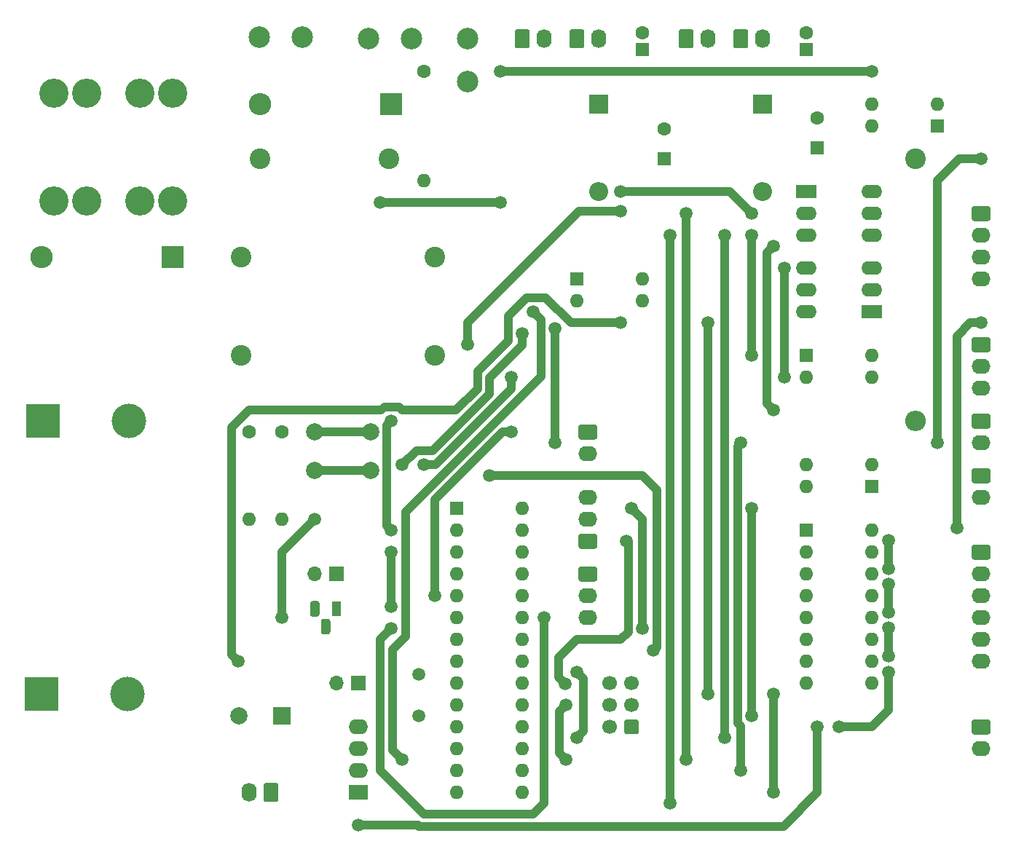
<source format=gbr>
%TF.GenerationSoftware,KiCad,Pcbnew,5.1.10-88a1d61d58~90~ubuntu20.04.1*%
%TF.CreationDate,2022-08-29T22:22:35+02:00*%
%TF.ProjectId,zvire-vetrnik-power,7a766972-652d-4766-9574-726e696b2d70,rev?*%
%TF.SameCoordinates,PX48ab840PY928d170*%
%TF.FileFunction,Copper,L1,Top*%
%TF.FilePolarity,Positive*%
%FSLAX46Y46*%
G04 Gerber Fmt 4.6, Leading zero omitted, Abs format (unit mm)*
G04 Created by KiCad (PCBNEW 5.1.10-88a1d61d58~90~ubuntu20.04.1) date 2022-08-29 22:22:35*
%MOMM*%
%LPD*%
G01*
G04 APERTURE LIST*
%TA.AperFunction,ComponentPad*%
%ADD10O,1.600000X1.600000*%
%TD*%
%TA.AperFunction,ComponentPad*%
%ADD11R,1.600000X1.600000*%
%TD*%
%TA.AperFunction,ComponentPad*%
%ADD12O,2.190000X1.740000*%
%TD*%
%TA.AperFunction,ComponentPad*%
%ADD13R,1.100000X1.800000*%
%TD*%
%TA.AperFunction,ComponentPad*%
%ADD14C,1.500000*%
%TD*%
%TA.AperFunction,ComponentPad*%
%ADD15O,1.740000X2.190000*%
%TD*%
%TA.AperFunction,ComponentPad*%
%ADD16C,2.500000*%
%TD*%
%TA.AperFunction,ComponentPad*%
%ADD17O,2.400000X1.600000*%
%TD*%
%TA.AperFunction,ComponentPad*%
%ADD18R,2.400000X1.600000*%
%TD*%
%TA.AperFunction,ComponentPad*%
%ADD19O,1.700000X1.700000*%
%TD*%
%TA.AperFunction,ComponentPad*%
%ADD20R,1.700000X1.700000*%
%TD*%
%TA.AperFunction,ComponentPad*%
%ADD21C,2.000000*%
%TD*%
%TA.AperFunction,ComponentPad*%
%ADD22O,2.400000X2.400000*%
%TD*%
%TA.AperFunction,ComponentPad*%
%ADD23C,2.400000*%
%TD*%
%TA.AperFunction,ComponentPad*%
%ADD24C,1.600000*%
%TD*%
%TA.AperFunction,ComponentPad*%
%ADD25R,2.250000X1.750000*%
%TD*%
%TA.AperFunction,ComponentPad*%
%ADD26O,2.250000X1.750000*%
%TD*%
%TA.AperFunction,ComponentPad*%
%ADD27C,1.700000*%
%TD*%
%TA.AperFunction,ComponentPad*%
%ADD28C,3.400000*%
%TD*%
%TA.AperFunction,ComponentPad*%
%ADD29O,2.200000X2.200000*%
%TD*%
%TA.AperFunction,ComponentPad*%
%ADD30R,2.200000X2.200000*%
%TD*%
%TA.AperFunction,ComponentPad*%
%ADD31O,2.600000X2.600000*%
%TD*%
%TA.AperFunction,ComponentPad*%
%ADD32R,2.600000X2.600000*%
%TD*%
%TA.AperFunction,ComponentPad*%
%ADD33C,4.000000*%
%TD*%
%TA.AperFunction,ComponentPad*%
%ADD34R,4.000000X4.000000*%
%TD*%
%TA.AperFunction,ComponentPad*%
%ADD35R,2.000000X2.000000*%
%TD*%
%TA.AperFunction,ViaPad*%
%ADD36C,1.500000*%
%TD*%
%TA.AperFunction,Conductor*%
%ADD37C,1.000000*%
%TD*%
G04 APERTURE END LIST*
D10*
%TO.P,U12,28*%
%TO.N,/AVR MCU/REL2*%
X67310000Y40640000D03*
%TO.P,U12,14*%
%TO.N,/AVR MCU/REL1*%
X59690000Y7620000D03*
%TO.P,U12,27*%
%TO.N,/AVR MCU/REL3*%
X67310000Y38100000D03*
%TO.P,U12,13*%
%TO.N,/AVR MCU/~SD*%
X59690000Y10160000D03*
%TO.P,U12,26*%
%TO.N,/AVR MCU/ADC3_NTC1*%
X67310000Y35560000D03*
%TO.P,U12,12*%
%TO.N,/AVR MCU/~SHORT*%
X59690000Y12700000D03*
%TO.P,U12,25*%
%TO.N,/AVR MCU/ADC2_ACS712_2*%
X67310000Y33020000D03*
%TO.P,U12,11*%
%TO.N,/AVR MCU/FAN*%
X59690000Y15240000D03*
%TO.P,U12,24*%
%TO.N,/AVR MCU/ADC1_ACS712*%
X67310000Y30480000D03*
%TO.P,U12,10*%
%TO.N,Net-(C23-Pad1)*%
X59690000Y17780000D03*
%TO.P,U12,23*%
%TO.N,/AVR MCU/ADC0_VSENSE*%
X67310000Y27940000D03*
%TO.P,U12,9*%
%TO.N,Net-(C22-Pad1)*%
X59690000Y20320000D03*
%TO.P,U12,22*%
%TO.N,GNDPWR*%
X67310000Y25400000D03*
%TO.P,U12,8*%
X59690000Y22860000D03*
%TO.P,U12,21*%
%TO.N,Net-(C26-Pad1)*%
X67310000Y22860000D03*
%TO.P,U12,7*%
%TO.N,+5P*%
X59690000Y25400000D03*
%TO.P,U12,20*%
X67310000Y20320000D03*
%TO.P,U12,6*%
%TO.N,/AVR MCU/RPM*%
X59690000Y27940000D03*
%TO.P,U12,19*%
%TO.N,/AVR MCU/REL4*%
X67310000Y17780000D03*
%TO.P,U12,5*%
%TO.N,/AVR MCU/~ENABLE*%
X59690000Y30480000D03*
%TO.P,U12,18*%
%TO.N,/AVR MCU/MISO*%
X67310000Y15240000D03*
%TO.P,U12,4*%
%TO.N,/AVR MCU/RPM*%
X59690000Y33020000D03*
%TO.P,U12,17*%
%TO.N,/AVR MCU/MOSI*%
X67310000Y12700000D03*
%TO.P,U12,3*%
%TO.N,/AVR MCU/TX*%
X59690000Y35560000D03*
%TO.P,U12,16*%
%TO.N,/H-bridge/IN2*%
X67310000Y10160000D03*
%TO.P,U12,2*%
%TO.N,/AVR MCU/RX*%
X59690000Y38100000D03*
%TO.P,U12,15*%
%TO.N,/H-bridge/IN1*%
X67310000Y7620000D03*
D11*
%TO.P,U12,1*%
%TO.N,/AVR MCU/~RST*%
X59690000Y40640000D03*
%TD*%
D10*
%TO.P,U10,4*%
%TO.N,+5P*%
X107950000Y85090000D03*
%TO.P,U10,2*%
%TO.N,Net-(D5-Pad2)*%
X115570000Y87630000D03*
%TO.P,U10,3*%
%TO.N,Net-(R42-Pad2)*%
X107950000Y87630000D03*
D11*
%TO.P,U10,1*%
%TO.N,Net-(D5-Pad1)*%
X115570000Y85090000D03*
%TD*%
D10*
%TO.P,U5,4*%
%TO.N,/AVR MCU/~ENABLE*%
X100330000Y43180000D03*
%TO.P,U5,2*%
%TO.N,GND*%
X107950000Y45720000D03*
%TO.P,U5,3*%
%TO.N,GNDPWR*%
X100330000Y45720000D03*
D11*
%TO.P,U5,1*%
%TO.N,Net-(R5-Pad1)*%
X107950000Y43180000D03*
%TD*%
D10*
%TO.P,U2,4*%
%TO.N,+12V*%
X81280000Y67310000D03*
%TO.P,U2,2*%
%TO.N,GNDPWR*%
X73660000Y64770000D03*
%TO.P,U2,3*%
%TO.N,Net-(Q2-Pad1)*%
X81280000Y64770000D03*
D11*
%TO.P,U2,1*%
%TO.N,Net-(R8-Pad2)*%
X73660000Y67310000D03*
%TD*%
D10*
%TO.P,U1,4*%
%TO.N,+12V*%
X107950000Y58420000D03*
%TO.P,U1,2*%
%TO.N,/AVR MCU/SHORT*%
X100330000Y55880000D03*
%TO.P,U1,3*%
%TO.N,Net-(R4-Pad1)*%
X107950000Y55880000D03*
D11*
%TO.P,U1,1*%
%TO.N,Net-(R7-Pad2)*%
X100330000Y58420000D03*
%TD*%
D12*
%TO.P,J14,2*%
%TO.N,Net-(D5-Pad2)*%
X120650000Y48260000D03*
%TO.P,J14,1*%
%TO.N,Net-(J14-Pad1)*%
%TA.AperFunction,ComponentPad*%
G36*
G01*
X119804999Y51670000D02*
X121495001Y51670000D01*
G75*
G02*
X121745000Y51420001I0J-249999D01*
G01*
X121745000Y50179999D01*
G75*
G02*
X121495001Y49930000I-249999J0D01*
G01*
X119804999Y49930000D01*
G75*
G02*
X119555000Y50179999I0J249999D01*
G01*
X119555000Y51420001D01*
G75*
G02*
X119804999Y51670000I249999J0D01*
G01*
G37*
%TD.AperFunction*%
%TD*%
D13*
%TO.P,U11,1*%
%TO.N,Net-(C25-Pad1)*%
X45720000Y28975000D03*
%TO.P,U11,3*%
%TO.N,+12P*%
%TA.AperFunction,ComponentPad*%
G36*
G01*
X43730000Y29600000D02*
X43730000Y28350000D01*
G75*
G02*
X43455000Y28075000I-275000J0D01*
G01*
X42905000Y28075000D01*
G75*
G02*
X42630000Y28350000I0J275000D01*
G01*
X42630000Y29600000D01*
G75*
G02*
X42905000Y29875000I275000J0D01*
G01*
X43455000Y29875000D01*
G75*
G02*
X43730000Y29600000I0J-275000D01*
G01*
G37*
%TD.AperFunction*%
%TO.P,U11,2*%
%TO.N,GNDPWR*%
%TA.AperFunction,ComponentPad*%
G36*
G01*
X45000000Y27530000D02*
X45000000Y26280000D01*
G75*
G02*
X44725000Y26005000I-275000J0D01*
G01*
X44175000Y26005000D01*
G75*
G02*
X43900000Y26280000I0J275000D01*
G01*
X43900000Y27530000D01*
G75*
G02*
X44175000Y27805000I275000J0D01*
G01*
X44725000Y27805000D01*
G75*
G02*
X45000000Y27530000I0J-275000D01*
G01*
G37*
%TD.AperFunction*%
%TD*%
D14*
%TO.P,Y1,2*%
%TO.N,Net-(C23-Pad1)*%
X55245000Y16510000D03*
%TO.P,Y1,1*%
%TO.N,Net-(C22-Pad1)*%
X55245000Y21390000D03*
%TD*%
D12*
%TO.P,TH1,2*%
%TO.N,/AVR MCU/ADC3_NTC1*%
X74930000Y46990000D03*
%TO.P,TH1,1*%
%TO.N,+5P*%
%TA.AperFunction,ComponentPad*%
G36*
G01*
X74084999Y50400000D02*
X75775001Y50400000D01*
G75*
G02*
X76025000Y50150001I0J-249999D01*
G01*
X76025000Y48909999D01*
G75*
G02*
X75775001Y48660000I-249999J0D01*
G01*
X74084999Y48660000D01*
G75*
G02*
X73835000Y48909999I0J249999D01*
G01*
X73835000Y50150001D01*
G75*
G02*
X74084999Y50400000I249999J0D01*
G01*
G37*
%TD.AperFunction*%
%TD*%
D15*
%TO.P,J13,2*%
%TO.N,Net-(J13-Pad2)*%
X88900000Y95250000D03*
%TO.P,J13,1*%
%TO.N,GNDPWR*%
%TA.AperFunction,ComponentPad*%
G36*
G01*
X85490000Y94404999D02*
X85490000Y96095001D01*
G75*
G02*
X85739999Y96345000I249999J0D01*
G01*
X86980001Y96345000D01*
G75*
G02*
X87230000Y96095001I0J-249999D01*
G01*
X87230000Y94404999D01*
G75*
G02*
X86980001Y94155000I-249999J0D01*
G01*
X85739999Y94155000D01*
G75*
G02*
X85490000Y94404999I0J249999D01*
G01*
G37*
%TD.AperFunction*%
%TD*%
%TO.P,J12,2*%
%TO.N,Net-(J12-Pad2)*%
X95250000Y95250000D03*
%TO.P,J12,1*%
%TO.N,Net-(C15-Pad2)*%
%TA.AperFunction,ComponentPad*%
G36*
G01*
X91840000Y94404999D02*
X91840000Y96095001D01*
G75*
G02*
X92089999Y96345000I249999J0D01*
G01*
X93330001Y96345000D01*
G75*
G02*
X93580000Y96095001I0J-249999D01*
G01*
X93580000Y94404999D01*
G75*
G02*
X93330001Y94155000I-249999J0D01*
G01*
X92089999Y94155000D01*
G75*
G02*
X91840000Y94404999I0J249999D01*
G01*
G37*
%TD.AperFunction*%
%TD*%
D16*
%TO.P,J11,1*%
%TO.N,Net-(D3-Pad1)*%
X54415000Y95250000D03*
X49415000Y95250000D03*
%TD*%
%TO.P,J10,1*%
%TO.N,Net-(C14-Pad2)*%
X41715000Y95435000D03*
X36715000Y95435000D03*
%TD*%
D15*
%TO.P,J9,2*%
%TO.N,Net-(J9-Pad2)*%
X69850000Y95250000D03*
%TO.P,J9,1*%
%TO.N,GNDPWR*%
%TA.AperFunction,ComponentPad*%
G36*
G01*
X66440000Y94404999D02*
X66440000Y96095001D01*
G75*
G02*
X66689999Y96345000I249999J0D01*
G01*
X67930001Y96345000D01*
G75*
G02*
X68180000Y96095001I0J-249999D01*
G01*
X68180000Y94404999D01*
G75*
G02*
X67930001Y94155000I-249999J0D01*
G01*
X66689999Y94155000D01*
G75*
G02*
X66440000Y94404999I0J249999D01*
G01*
G37*
%TD.AperFunction*%
%TD*%
%TO.P,J8,2*%
%TO.N,Net-(J8-Pad2)*%
X76200000Y95250000D03*
%TO.P,J8,1*%
%TO.N,Net-(C12-Pad2)*%
%TA.AperFunction,ComponentPad*%
G36*
G01*
X72790000Y94404999D02*
X72790000Y96095001D01*
G75*
G02*
X73039999Y96345000I249999J0D01*
G01*
X74280001Y96345000D01*
G75*
G02*
X74530000Y96095001I0J-249999D01*
G01*
X74530000Y94404999D01*
G75*
G02*
X74280001Y94155000I-249999J0D01*
G01*
X73039999Y94155000D01*
G75*
G02*
X72790000Y94404999I0J249999D01*
G01*
G37*
%TD.AperFunction*%
%TD*%
D10*
%TO.P,U6,16*%
%TO.N,Net-(R19-Pad2)*%
X107950000Y38100000D03*
%TO.P,U6,8*%
%TO.N,GNDPWR*%
X100330000Y20320000D03*
%TO.P,U6,15*%
%TO.N,Net-(Q4-Pad1)*%
X107950000Y35560000D03*
%TO.P,U6,7*%
%TO.N,Net-(R14-Pad1)*%
X100330000Y22860000D03*
%TO.P,U6,14*%
%TO.N,Net-(R20-Pad2)*%
X107950000Y33020000D03*
%TO.P,U6,6*%
%TO.N,GNDPWR*%
X100330000Y25400000D03*
%TO.P,U6,13*%
%TO.N,Net-(Q5-Pad1)*%
X107950000Y30480000D03*
%TO.P,U6,5*%
%TO.N,Net-(R13-Pad1)*%
X100330000Y27940000D03*
%TO.P,U6,12*%
%TO.N,Net-(R21-Pad2)*%
X107950000Y27940000D03*
%TO.P,U6,4*%
%TO.N,GNDPWR*%
X100330000Y30480000D03*
%TO.P,U6,11*%
%TO.N,Net-(Q6-Pad1)*%
X107950000Y25400000D03*
%TO.P,U6,3*%
%TO.N,Net-(R12-Pad1)*%
X100330000Y33020000D03*
%TO.P,U6,10*%
%TO.N,Net-(R22-Pad2)*%
X107950000Y22860000D03*
%TO.P,U6,2*%
%TO.N,GNDPWR*%
X100330000Y35560000D03*
%TO.P,U6,9*%
%TO.N,Net-(Q7-Pad1)*%
X107950000Y20320000D03*
D11*
%TO.P,U6,1*%
%TO.N,Net-(R11-Pad1)*%
X100330000Y38100000D03*
%TD*%
D17*
%TO.P,U4,6*%
%TO.N,+5P*%
X100330000Y63500000D03*
%TO.P,U4,3*%
%TO.N,Net-(U4-Pad3)*%
X107950000Y68580000D03*
%TO.P,U4,5*%
%TO.N,GNDPWR*%
X100330000Y66040000D03*
%TO.P,U4,2*%
%TO.N,/RX*%
X107950000Y66040000D03*
%TO.P,U4,4*%
%TO.N,/AVR MCU/RX*%
X100330000Y68580000D03*
D18*
%TO.P,U4,1*%
%TO.N,Net-(R6-Pad2)*%
X107950000Y63500000D03*
%TD*%
D17*
%TO.P,U3,6*%
%TO.N,/3V3_UART*%
X107950000Y77470000D03*
%TO.P,U3,3*%
%TO.N,Net-(U3-Pad3)*%
X100330000Y72390000D03*
%TO.P,U3,5*%
%TO.N,/GND_UART*%
X107950000Y74930000D03*
%TO.P,U3,2*%
%TO.N,Net-(R9-Pad2)*%
X100330000Y74930000D03*
%TO.P,U3,4*%
%TO.N,/TX*%
X107950000Y72390000D03*
D18*
%TO.P,U3,1*%
%TO.N,+5P*%
X100330000Y77470000D03*
%TD*%
D19*
%TO.P,TP2,2*%
%TO.N,+5P*%
X43180000Y33020000D03*
D20*
%TO.P,TP2,1*%
%TO.N,Net-(C25-Pad1)*%
X45720000Y33020000D03*
%TD*%
D19*
%TO.P,TP1,2*%
%TO.N,+12P*%
X45720000Y20320000D03*
D20*
%TO.P,TP1,1*%
%TO.N,Net-(PS1-Pad4)*%
X48260000Y20320000D03*
%TD*%
D21*
%TO.P,SW1,1*%
%TO.N,GNDPWR*%
X49680000Y49530000D03*
%TO.P,SW1,2*%
%TO.N,Net-(R39-Pad2)*%
X49680000Y45030000D03*
%TO.P,SW1,1*%
%TO.N,GNDPWR*%
X43180000Y49530000D03*
%TO.P,SW1,2*%
%TO.N,Net-(R39-Pad2)*%
X43180000Y45030000D03*
%TD*%
D22*
%TO.P,R40,2*%
%TO.N,Net-(J14-Pad1)*%
X113030000Y50800000D03*
D23*
%TO.P,R40,1*%
%TO.N,Net-(D5-Pad1)*%
X113030000Y81280000D03*
%TD*%
D10*
%TO.P,R35,2*%
%TO.N,Net-(C14-Pad1)*%
X55880000Y78740000D03*
D24*
%TO.P,R35,1*%
%TO.N,Net-(D3-Pad1)*%
X55880000Y91440000D03*
%TD*%
D10*
%TO.P,R27,2*%
%TO.N,Net-(R27-Pad2)*%
X35560000Y39370000D03*
D24*
%TO.P,R27,1*%
%TO.N,/H-bridge/DC+*%
X35560000Y49530000D03*
%TD*%
D10*
%TO.P,R23,2*%
%TO.N,/AVR MCU/VSENSE*%
X39370000Y39370000D03*
D24*
%TO.P,R23,1*%
%TO.N,/H-bridge/DC+*%
X39370000Y49530000D03*
%TD*%
D25*
%TO.P,PS1,1*%
%TO.N,GND*%
X48260000Y7620000D03*
D26*
%TO.P,PS1,2*%
%TO.N,+12V*%
X48260000Y10160000D03*
%TO.P,PS1,3*%
%TO.N,GNDPWR*%
X48260000Y12700000D03*
%TO.P,PS1,4*%
%TO.N,Net-(PS1-Pad4)*%
X48260000Y15240000D03*
%TD*%
D12*
%TO.P,M1,2*%
%TO.N,Net-(M1-Pad2)*%
X120650000Y12700000D03*
%TO.P,M1,1*%
%TO.N,+12V*%
%TA.AperFunction,ComponentPad*%
G36*
G01*
X119804999Y16110000D02*
X121495001Y16110000D01*
G75*
G02*
X121745000Y15860001I0J-249999D01*
G01*
X121745000Y14619999D01*
G75*
G02*
X121495001Y14370000I-249999J0D01*
G01*
X119804999Y14370000D01*
G75*
G02*
X119555000Y14619999I0J249999D01*
G01*
X119555000Y15860001D01*
G75*
G02*
X119804999Y16110000I249999J0D01*
G01*
G37*
%TD.AperFunction*%
%TD*%
%TO.P,J17,3*%
%TO.N,GNDPWR*%
X74930000Y27940000D03*
%TO.P,J17,2*%
%TO.N,/AVR MCU/ADC1_ACS712*%
X74930000Y30480000D03*
%TO.P,J17,1*%
%TO.N,+5P*%
%TA.AperFunction,ComponentPad*%
G36*
G01*
X74084999Y33890000D02*
X75775001Y33890000D01*
G75*
G02*
X76025000Y33640001I0J-249999D01*
G01*
X76025000Y32399999D01*
G75*
G02*
X75775001Y32150000I-249999J0D01*
G01*
X74084999Y32150000D01*
G75*
G02*
X73835000Y32399999I0J249999D01*
G01*
X73835000Y33640001D01*
G75*
G02*
X74084999Y33890000I249999J0D01*
G01*
G37*
%TD.AperFunction*%
%TD*%
%TO.P,J16,3*%
%TO.N,GNDPWR*%
X74930000Y41910000D03*
%TO.P,J16,2*%
%TO.N,/AVR MCU/ADC2_ACS712_2*%
X74930000Y39370000D03*
%TO.P,J16,1*%
%TO.N,+5P*%
%TA.AperFunction,ComponentPad*%
G36*
G01*
X75775001Y35960000D02*
X74084999Y35960000D01*
G75*
G02*
X73835000Y36209999I0J249999D01*
G01*
X73835000Y37450001D01*
G75*
G02*
X74084999Y37700000I249999J0D01*
G01*
X75775001Y37700000D01*
G75*
G02*
X76025000Y37450001I0J-249999D01*
G01*
X76025000Y36209999D01*
G75*
G02*
X75775001Y35960000I-249999J0D01*
G01*
G37*
%TD.AperFunction*%
%TD*%
D27*
%TO.P,J15,6*%
%TO.N,GNDPWR*%
X77470000Y20320000D03*
%TO.P,J15,4*%
%TO.N,/AVR MCU/MOSI*%
X77470000Y17780000D03*
%TO.P,J15,2*%
%TO.N,+5P*%
X77470000Y15240000D03*
%TO.P,J15,5*%
%TO.N,/AVR MCU/~RST*%
X80010000Y20320000D03*
%TO.P,J15,3*%
%TO.N,/AVR MCU/REL4*%
X80010000Y17780000D03*
%TO.P,J15,1*%
%TO.N,/AVR MCU/MISO*%
%TA.AperFunction,ComponentPad*%
G36*
G01*
X80860000Y15840000D02*
X80860000Y14640000D01*
G75*
G02*
X80610000Y14390000I-250000J0D01*
G01*
X79410000Y14390000D01*
G75*
G02*
X79160000Y14640000I0J250000D01*
G01*
X79160000Y15840000D01*
G75*
G02*
X79410000Y16090000I250000J0D01*
G01*
X80610000Y16090000D01*
G75*
G02*
X80860000Y15840000I0J-250000D01*
G01*
G37*
%TD.AperFunction*%
%TD*%
D16*
%TO.P,J7,1*%
%TO.N,Earth*%
X60960000Y95250000D03*
X60960000Y90250000D03*
%TD*%
D28*
%TO.P,J6,2*%
%TO.N,/H-bridge/DC+*%
X16660000Y88900000D03*
X12860000Y88900000D03*
X12860000Y76400000D03*
X16660000Y76400000D03*
%TO.P,J6,1*%
%TO.N,/H-bridge/DC-*%
X22860000Y88900000D03*
X26660000Y88900000D03*
X22860000Y76400000D03*
X26660000Y76400000D03*
%TD*%
D12*
%TO.P,J5,6*%
%TO.N,+12V*%
X120650000Y22860000D03*
%TO.P,J5,5*%
%TO.N,/REL4*%
X120650000Y25400000D03*
%TO.P,J5,4*%
%TO.N,/REL3*%
X120650000Y27940000D03*
%TO.P,J5,3*%
%TO.N,/REL2*%
X120650000Y30480000D03*
%TO.P,J5,2*%
%TO.N,/REL1*%
X120650000Y33020000D03*
%TO.P,J5,1*%
%TO.N,GND*%
%TA.AperFunction,ComponentPad*%
G36*
G01*
X119804999Y36430000D02*
X121495001Y36430000D01*
G75*
G02*
X121745000Y36180001I0J-249999D01*
G01*
X121745000Y34939999D01*
G75*
G02*
X121495001Y34690000I-249999J0D01*
G01*
X119804999Y34690000D01*
G75*
G02*
X119555000Y34939999I0J249999D01*
G01*
X119555000Y36180001D01*
G75*
G02*
X119804999Y36430000I249999J0D01*
G01*
G37*
%TD.AperFunction*%
%TD*%
%TO.P,J4,2*%
%TO.N,GND*%
X120650000Y41910000D03*
%TO.P,J4,1*%
%TO.N,/ENABLE*%
%TA.AperFunction,ComponentPad*%
G36*
G01*
X119804999Y45320000D02*
X121495001Y45320000D01*
G75*
G02*
X121745000Y45070001I0J-249999D01*
G01*
X121745000Y43829999D01*
G75*
G02*
X121495001Y43580000I-249999J0D01*
G01*
X119804999Y43580000D01*
G75*
G02*
X119555000Y43829999I0J249999D01*
G01*
X119555000Y45070001D01*
G75*
G02*
X119804999Y45320000I249999J0D01*
G01*
G37*
%TD.AperFunction*%
%TD*%
%TO.P,J3,4*%
%TO.N,Net-(J3-Pad4)*%
X120650000Y67310000D03*
%TO.P,J3,3*%
%TO.N,/RX*%
X120650000Y69850000D03*
%TO.P,J3,2*%
%TO.N,/TX*%
X120650000Y72390000D03*
%TO.P,J3,1*%
%TO.N,/3V3_UART*%
%TA.AperFunction,ComponentPad*%
G36*
G01*
X119804999Y75800000D02*
X121495001Y75800000D01*
G75*
G02*
X121745000Y75550001I0J-249999D01*
G01*
X121745000Y74309999D01*
G75*
G02*
X121495001Y74060000I-249999J0D01*
G01*
X119804999Y74060000D01*
G75*
G02*
X119555000Y74309999I0J249999D01*
G01*
X119555000Y75550001D01*
G75*
G02*
X119804999Y75800000I249999J0D01*
G01*
G37*
%TD.AperFunction*%
%TD*%
%TO.P,J2,3*%
%TO.N,+12V*%
X120650000Y54610000D03*
%TO.P,J2,2*%
%TO.N,Net-(J2-Pad2)*%
X120650000Y57150000D03*
%TO.P,J2,1*%
%TO.N,GND*%
%TA.AperFunction,ComponentPad*%
G36*
G01*
X119804999Y60560000D02*
X121495001Y60560000D01*
G75*
G02*
X121745000Y60310001I0J-249999D01*
G01*
X121745000Y59069999D01*
G75*
G02*
X121495001Y58820000I-249999J0D01*
G01*
X119804999Y58820000D01*
G75*
G02*
X119555000Y59069999I0J249999D01*
G01*
X119555000Y60310001D01*
G75*
G02*
X119804999Y60560000I249999J0D01*
G01*
G37*
%TD.AperFunction*%
%TD*%
D15*
%TO.P,J1,2*%
%TO.N,GND*%
X35560000Y7620000D03*
%TO.P,J1,1*%
%TO.N,+12V*%
%TA.AperFunction,ComponentPad*%
G36*
G01*
X38970000Y8465001D02*
X38970000Y6774999D01*
G75*
G02*
X38720001Y6525000I-249999J0D01*
G01*
X37479999Y6525000D01*
G75*
G02*
X37230000Y6774999I0J249999D01*
G01*
X37230000Y8465001D01*
G75*
G02*
X37479999Y8715000I249999J0D01*
G01*
X38720001Y8715000D01*
G75*
G02*
X38970000Y8465001I0J-249999D01*
G01*
G37*
%TD.AperFunction*%
%TD*%
D29*
%TO.P,D4,2*%
%TO.N,+12P*%
X95250000Y77470000D03*
D30*
%TO.P,D4,1*%
%TO.N,Net-(C15-Pad1)*%
X95250000Y87630000D03*
%TD*%
D31*
%TO.P,D3,2*%
%TO.N,Net-(C14-Pad2)*%
X36830000Y87630000D03*
D32*
%TO.P,D3,1*%
%TO.N,Net-(D3-Pad1)*%
X52070000Y87630000D03*
%TD*%
D29*
%TO.P,D2,2*%
%TO.N,+12P*%
X76200000Y77470000D03*
D30*
%TO.P,D2,1*%
%TO.N,Net-(C12-Pad1)*%
X76200000Y87630000D03*
%TD*%
D31*
%TO.P,D1,2*%
%TO.N,/H-bridge/DC+*%
X11430000Y69850000D03*
D32*
%TO.P,D1,1*%
%TO.N,/H-bridge/DC-*%
X26670000Y69850000D03*
%TD*%
D24*
%TO.P,C17,2*%
%TO.N,GNDPWR*%
X101600000Y86050000D03*
D11*
%TO.P,C17,1*%
%TO.N,+12P*%
X101600000Y82550000D03*
%TD*%
D24*
%TO.P,C15,2*%
%TO.N,Net-(C15-Pad2)*%
X100330000Y95980000D03*
D11*
%TO.P,C15,1*%
%TO.N,Net-(C15-Pad1)*%
X100330000Y93980000D03*
%TD*%
D23*
%TO.P,C14,2*%
%TO.N,Net-(C14-Pad2)*%
X36830000Y81280000D03*
%TO.P,C14,1*%
%TO.N,Net-(C14-Pad1)*%
X51830000Y81280000D03*
%TD*%
D24*
%TO.P,C12,2*%
%TO.N,Net-(C12-Pad2)*%
X81280000Y95980000D03*
D11*
%TO.P,C12,1*%
%TO.N,Net-(C12-Pad1)*%
X81280000Y93980000D03*
%TD*%
D24*
%TO.P,C11,2*%
%TO.N,GNDPWR*%
X83820000Y84780000D03*
D11*
%TO.P,C11,1*%
%TO.N,+12P*%
X83820000Y81280000D03*
%TD*%
D33*
%TO.P,C9,2*%
%TO.N,/H-bridge/DC-*%
X21590000Y50800000D03*
D34*
%TO.P,C9,1*%
%TO.N,/H-bridge/DC+*%
X11590000Y50800000D03*
%TD*%
D33*
%TO.P,C8,2*%
%TO.N,/H-bridge/DC-*%
X21430000Y19050000D03*
D34*
%TO.P,C8,1*%
%TO.N,/H-bridge/DC+*%
X11430000Y19050000D03*
%TD*%
D23*
%TO.P,C7,2*%
%TO.N,/H-bridge/DC-*%
X34650000Y58420000D03*
%TO.P,C7,1*%
%TO.N,Earth*%
X57150000Y58420000D03*
%TD*%
%TO.P,C6,2*%
%TO.N,Earth*%
X57150000Y69850000D03*
%TO.P,C6,1*%
%TO.N,/H-bridge/DC+*%
X34650000Y69850000D03*
%TD*%
D21*
%TO.P,C1,2*%
%TO.N,GND*%
X34370000Y16510000D03*
D35*
%TO.P,C1,1*%
%TO.N,+12V*%
X39370000Y16510000D03*
%TD*%
D36*
%TO.N,GND*%
X48260000Y3810000D03*
X101600000Y15240000D03*
X104140000Y15240000D03*
X109855000Y21590000D03*
X109855000Y23470000D03*
X109855000Y26770000D03*
X109855000Y28550000D03*
X109855000Y31850000D03*
X109855000Y33630000D03*
X109855000Y36930000D03*
X120650000Y62230000D03*
X117830000Y38380000D03*
%TO.N,+12V*%
X34290000Y22860000D03*
X78740000Y62230000D03*
%TO.N,GNDPWR*%
X96520000Y52070000D03*
X96520000Y71120000D03*
X81280000Y26670000D03*
X80010000Y40640000D03*
%TO.N,+5P*%
X72316496Y20246496D03*
X71120000Y61600020D03*
X71120000Y48260000D03*
X79375000Y36830000D03*
%TO.N,+12P*%
X39370000Y27940000D03*
X78740000Y77470000D03*
X78740000Y75190019D03*
X93980000Y74930000D03*
X43180000Y39370000D03*
X60960000Y59690000D03*
%TO.N,/AVR MCU/~RST*%
X82550000Y24130000D03*
X63500000Y44450000D03*
%TO.N,/AVR MCU/ADC0_VSENSE*%
X69850000Y27940000D03*
X52070000Y26670000D03*
%TO.N,Net-(D5-Pad2)*%
X120650000Y81280000D03*
X115570000Y48260000D03*
%TO.N,/AVR MCU/VSENSE*%
X52070000Y29210000D03*
X52070000Y35560000D03*
%TO.N,/AVR MCU/MOSI*%
X73660000Y21590000D03*
X73660000Y13970000D03*
%TO.N,/AVR MCU/REL4*%
X72390000Y17780000D03*
X72390000Y11430000D03*
%TO.N,Net-(Q2-Pad1)*%
X88900000Y62230000D03*
X88900000Y19050000D03*
X96520000Y19050000D03*
X96520000Y7620000D03*
%TO.N,/AVR MCU/RPM*%
X52070000Y50800000D03*
X52070000Y38100000D03*
%TO.N,Net-(R7-Pad2)*%
X50800000Y76200000D03*
X64770000Y76200000D03*
%TO.N,/AVR MCU/FAN*%
X68580000Y63500000D03*
X53340000Y11430000D03*
%TO.N,/AVR MCU/TX*%
X53340000Y45720000D03*
X93980000Y58420000D03*
X93980000Y72390000D03*
X67310000Y60960000D03*
%TO.N,/AVR MCU/RX*%
X55880000Y45720000D03*
X97790000Y55880000D03*
X97790000Y68580000D03*
X66040000Y55880000D03*
%TO.N,/AVR MCU/REL1*%
X93980000Y16510000D03*
X93980000Y40640000D03*
%TO.N,/AVR MCU/~SD*%
X84455000Y72390000D03*
X84455000Y6350000D03*
%TO.N,/H-bridge/IN1*%
X86360000Y74930000D03*
X86360000Y11430000D03*
%TO.N,/H-bridge/IN2*%
X90805000Y13970000D03*
X90805000Y72390000D03*
%TO.N,Net-(R42-Pad2)*%
X64770000Y91440000D03*
X107950000Y91440000D03*
%TO.N,/AVR MCU/~SHORT*%
X92710000Y10160000D03*
X92710000Y48260000D03*
%TO.N,/AVR MCU/~ENABLE*%
X57150000Y30480000D03*
X66040000Y49530000D03*
%TD*%
D37*
%TO.N,GND*%
X101600000Y7620000D02*
X101600000Y15240000D01*
X97659990Y3679990D02*
X101600000Y7620000D01*
X55300097Y3679990D02*
X97659990Y3679990D01*
X55170087Y3810000D02*
X55300097Y3679990D01*
X48260000Y3810000D02*
X55170087Y3810000D01*
X107950000Y15240000D02*
X109900003Y17190003D01*
X104140000Y15240000D02*
X107950000Y15240000D01*
X109900003Y21544997D02*
X109855000Y21590000D01*
X109900003Y17190003D02*
X109900003Y21544997D01*
X109855000Y23470000D02*
X109855000Y26770000D01*
X109855000Y28550000D02*
X109855000Y31850000D01*
X109855000Y33630000D02*
X109855000Y36930000D01*
X117830000Y60680000D02*
X117830000Y38380000D01*
X119380000Y62230000D02*
X117830000Y60680000D01*
X120650000Y62230000D02*
X119380000Y62230000D01*
%TO.N,+12V*%
X33540001Y50026003D02*
X35583998Y52070000D01*
X33540001Y23609999D02*
X33540001Y50026003D01*
X34290000Y22860000D02*
X33540001Y23609999D01*
X51277999Y52450001D02*
X52959999Y52450001D01*
X50897998Y52070000D02*
X51277999Y52450001D01*
X35583998Y52070000D02*
X50897998Y52070000D01*
X52959999Y52450001D02*
X53340000Y52070000D01*
X53340000Y52070000D02*
X59599692Y52070000D01*
X59599692Y52070000D02*
X62099990Y54570298D01*
X70012021Y65150001D02*
X72932022Y62230000D01*
X72932022Y62230000D02*
X78740000Y62230000D01*
X67787999Y65150001D02*
X70012021Y65150001D01*
X65659999Y63022001D02*
X67787999Y65150001D01*
X65659999Y60167999D02*
X65659999Y63022001D01*
X62099990Y56607990D02*
X65659999Y60167999D01*
X62099990Y54570298D02*
X62099990Y56607990D01*
%TO.N,GNDPWR*%
X43180000Y49530000D02*
X49680000Y49530000D01*
X95770001Y70370001D02*
X96520000Y71120000D01*
X95770001Y52819999D02*
X95770001Y70370001D01*
X96520000Y52070000D02*
X95770001Y52819999D01*
X81280000Y39370000D02*
X80010000Y40640000D01*
X81280000Y26670000D02*
X81280000Y39370000D01*
%TO.N,+5P*%
X71120000Y61600020D02*
X71120000Y48260000D01*
X79629999Y36575001D02*
X79375000Y36830000D01*
X79629999Y26289999D02*
X79629999Y36575001D01*
X78740000Y25400000D02*
X79629999Y26289999D01*
X73660000Y25400000D02*
X78740000Y25400000D01*
X71566497Y23306497D02*
X73660000Y25400000D01*
X71566497Y20996495D02*
X71566497Y23306497D01*
X72316496Y20246496D02*
X71566497Y20996495D01*
%TO.N,+12P*%
X43180000Y39370000D02*
X39370000Y35560000D01*
X39370000Y35560000D02*
X39370000Y27940000D01*
X76558017Y75190019D02*
X78740000Y75190019D01*
X60960000Y59690000D02*
X60960000Y62230000D01*
X73920019Y75190019D02*
X76558017Y75190019D01*
X60960000Y62230000D02*
X73920019Y75190019D01*
X91440000Y77470000D02*
X93980000Y74930000D01*
X78740000Y77470000D02*
X91440000Y77470000D01*
%TO.N,/AVR MCU/~RST*%
X82930001Y24510001D02*
X82550000Y24130000D01*
X82930001Y42799999D02*
X82930001Y24510001D01*
X81280000Y44450000D02*
X82930001Y42799999D01*
X63500000Y44450000D02*
X81280000Y44450000D01*
%TO.N,/AVR MCU/ADC0_VSENSE*%
X50800000Y25400000D02*
X52070000Y26670000D01*
X55880000Y5080000D02*
X50800000Y10160000D01*
X68580000Y5080000D02*
X55880000Y5080000D01*
X69850000Y6350000D02*
X68580000Y5080000D01*
X50800000Y10160000D02*
X50800000Y25400000D01*
X69850000Y27940000D02*
X69850000Y6350000D01*
%TO.N,Net-(D5-Pad2)*%
X118110000Y81280000D02*
X120650000Y81280000D01*
X115570000Y78740000D02*
X118110000Y81280000D01*
X115570000Y48260000D02*
X115570000Y78740000D01*
%TO.N,/AVR MCU/VSENSE*%
X52070000Y35560000D02*
X52070000Y29210000D01*
%TO.N,/AVR MCU/MOSI*%
X74409999Y20840001D02*
X73660000Y21590000D01*
X74409999Y14719999D02*
X74409999Y20840001D01*
X73660000Y13970000D02*
X74409999Y14719999D01*
%TO.N,/AVR MCU/REL4*%
X71640001Y17030001D02*
X72390000Y17780000D01*
X71640001Y12179999D02*
X72390000Y11430000D01*
X71640001Y17030001D02*
X71640001Y12179999D01*
%TO.N,Net-(Q2-Pad1)*%
X88900000Y62230000D02*
X88900000Y19050000D01*
X96520000Y19050000D02*
X96520000Y7620000D01*
%TO.N,/AVR MCU/RPM*%
X51580001Y50310001D02*
X52070000Y50800000D01*
X51580001Y38589999D02*
X51580001Y50310001D01*
X52070000Y38100000D02*
X51580001Y38589999D01*
%TO.N,Net-(R7-Pad2)*%
X50800000Y76200000D02*
X64770000Y76200000D01*
%TO.N,/AVR MCU/FAN*%
X52200010Y12569990D02*
X53340000Y11430000D01*
X52200010Y24260010D02*
X52200010Y12569990D01*
X53720001Y25780001D02*
X52200010Y24260010D01*
X53720001Y40250573D02*
X53720001Y25780001D01*
X69469999Y56000571D02*
X53720001Y40250573D01*
X69469999Y62610001D02*
X69469999Y56000571D01*
X68580000Y63500000D02*
X69469999Y62610001D01*
%TO.N,/AVR MCU/TX*%
X93980000Y58420000D02*
X93980000Y72390000D01*
X67310000Y60960000D02*
X67310000Y59690000D01*
X54990001Y47370001D02*
X56879605Y47370001D01*
X53340000Y45720000D02*
X54990001Y47370001D01*
X56879605Y47370001D02*
X63500000Y53990396D01*
X67310000Y59592002D02*
X67310000Y59690000D01*
X63500000Y55782002D02*
X67310000Y59592002D01*
X63500000Y53990396D02*
X63500000Y55782002D01*
%TO.N,/AVR MCU/RX*%
X97790000Y55880000D02*
X97790000Y68580000D01*
X55880000Y45720000D02*
X57209516Y45720000D01*
X66040000Y54550484D02*
X66040000Y55880000D01*
X57209516Y45720000D02*
X66040000Y54550484D01*
%TO.N,/AVR MCU/REL1*%
X93980000Y16510000D02*
X93980000Y40640000D01*
%TO.N,/AVR MCU/~SD*%
X84455000Y6350000D02*
X84455000Y72390000D01*
%TO.N,/H-bridge/IN1*%
X86360000Y11430000D02*
X86360000Y74930000D01*
%TO.N,/H-bridge/IN2*%
X90805000Y13970000D02*
X90805000Y72390000D01*
%TO.N,Net-(R39-Pad2)*%
X49680000Y45030000D02*
X43180000Y45030000D01*
%TO.N,Net-(R42-Pad2)*%
X107950000Y91440000D02*
X64770000Y91440000D01*
%TO.N,/AVR MCU/~SHORT*%
X92329999Y47879999D02*
X92710000Y48260000D01*
X92329999Y15717999D02*
X92329999Y47879999D01*
X92710000Y15337998D02*
X92329999Y15717999D01*
X92710000Y10160000D02*
X92710000Y15337998D01*
%TO.N,/AVR MCU/~ENABLE*%
X64979340Y49530000D02*
X66040000Y49530000D01*
X57150000Y41700660D02*
X64979340Y49530000D01*
X57150000Y30480000D02*
X57150000Y41700660D01*
%TD*%
M02*

</source>
